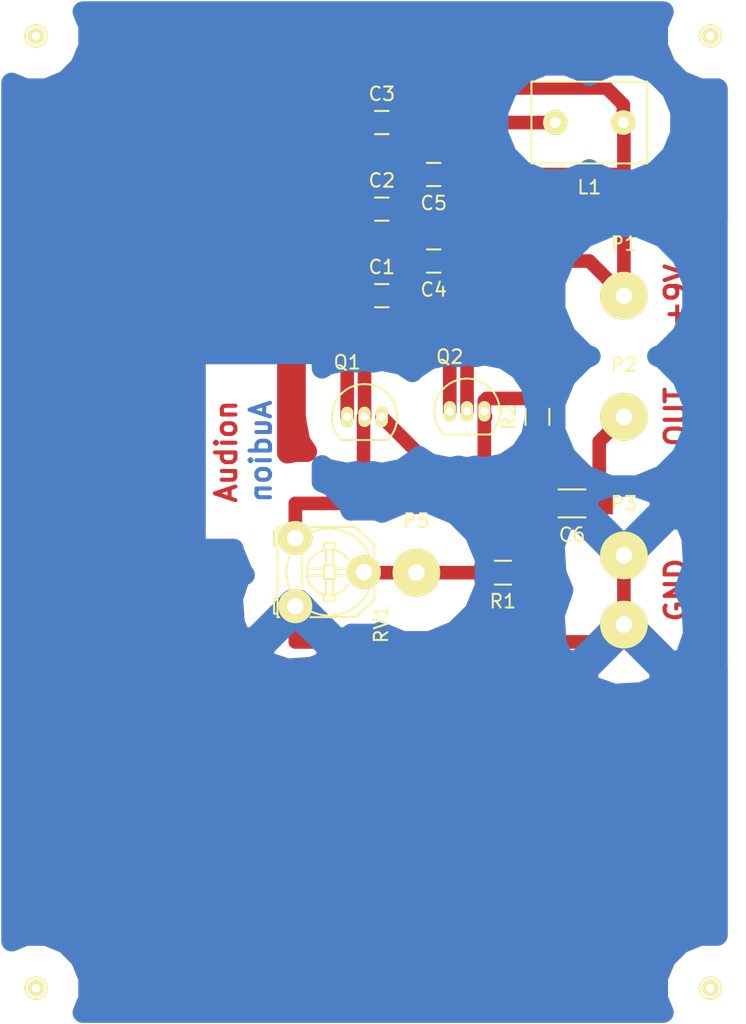
<source format=kicad_pcb>
(kicad_pcb (version 4) (host pcbnew "(after 2015-mar-04 BZR unknown)-product")

  (general
    (links 25)
    (no_connects 0)
    (area 115.335 74.829999 170.415 149.960001)
    (thickness 1.6)
    (drawings 14)
    (tracks 61)
    (zones 0)
    (modules 21)
    (nets 8)
  )

  (page A4)
  (layers
    (0 F.Cu signal)
    (31 B.Cu signal)
    (32 B.Adhes user)
    (33 F.Adhes user)
    (34 B.Paste user)
    (35 F.Paste user)
    (36 B.SilkS user)
    (37 F.SilkS user)
    (38 B.Mask user)
    (39 F.Mask user)
    (40 Dwgs.User user)
    (41 Cmts.User user)
    (42 Eco1.User user)
    (43 Eco2.User user)
    (44 Edge.Cuts user)
    (45 Margin user)
    (46 B.CrtYd user)
    (47 F.CrtYd user)
    (48 B.Fab user)
    (49 F.Fab user)
  )

  (setup
    (last_trace_width 1)
    (trace_clearance 0.2)
    (zone_clearance 2.54)
    (zone_45_only no)
    (trace_min 0.2)
    (segment_width 0.2)
    (edge_width 0.1)
    (via_size 0.6)
    (via_drill 0.4)
    (via_min_size 0.4)
    (via_min_drill 0.3)
    (uvia_size 0.3)
    (uvia_drill 0.1)
    (uvias_allowed no)
    (uvia_min_size 0.2)
    (uvia_min_drill 0.1)
    (pcb_text_width 0.3)
    (pcb_text_size 1.5 1.5)
    (mod_edge_width 0.15)
    (mod_text_size 1 1)
    (mod_text_width 0.15)
    (pad_size 1.5 1.5)
    (pad_drill 0.6)
    (pad_to_mask_clearance 0)
    (aux_axis_origin 0 0)
    (visible_elements 7FFFFFFF)
    (pcbplotparams
      (layerselection 0x00030_80000001)
      (usegerberextensions false)
      (excludeedgelayer true)
      (linewidth 0.100000)
      (plotframeref false)
      (viasonmask false)
      (mode 1)
      (useauxorigin false)
      (hpglpennumber 1)
      (hpglpenspeed 20)
      (hpglpendiameter 15)
      (hpglpenoverlay 2)
      (psnegative false)
      (psa4output false)
      (plotreference true)
      (plotvalue true)
      (plotinvisibletext false)
      (padsonsilk false)
      (subtractmaskfromsilk false)
      (outputformat 1)
      (mirror false)
      (drillshape 1)
      (scaleselection 1)
      (outputdirectory ""))
  )

  (net 0 "")
  (net 1 "Net-(Q1-Pad3)")
  (net 2 "Net-(C1-Pad1)")
  (net 3 "Net-(C1-Pad2)")
  (net 4 "Net-(C6-Pad1)")
  (net 5 "Net-(C6-Pad2)")
  (net 6 "Net-(P3-Pad1)")
  (net 7 "Net-(P5-Pad1)")

  (net_class Default "Dies ist die voreingestellte Netzklasse."
    (clearance 0.2)
    (trace_width 1)
    (via_dia 0.6)
    (via_drill 0.4)
    (uvia_dia 0.3)
    (uvia_drill 0.1)
    (add_net "Net-(C1-Pad1)")
    (add_net "Net-(C1-Pad2)")
    (add_net "Net-(C6-Pad1)")
    (add_net "Net-(C6-Pad2)")
    (add_net "Net-(P3-Pad1)")
    (add_net "Net-(P5-Pad1)")
    (add_net "Net-(Q1-Pad3)")
  )

  (module Connect:PINTST (layer F.Cu) (tedit 5643C2D8) (tstamp 5643C2FF)
    (at 118.11 147.32)
    (descr "module 1 pin (ou trou mecanique de percage)")
    (tags DEV)
    (fp_text reference REF** (at 0 -1.26746) (layer F.SilkS) hide
      (effects (font (size 1 1) (thickness 0.15)))
    )
    (fp_text value PINTST (at 0 1.27) (layer F.Fab) hide
      (effects (font (size 1 1) (thickness 0.15)))
    )
    (fp_circle (center 0 0) (end -0.254 -0.762) (layer F.SilkS) (width 0.15))
    (pad 1 thru_hole circle (at 0 0) (size 1.143 1.143) (drill 0.635) (layers *.Cu *.Mask F.SilkS))
    (model Connect.3dshapes/PINTST.wrl
      (at (xyz 0 0 0))
      (scale (xyz 1 1 1))
      (rotate (xyz 0 0 0))
    )
  )

  (module Connect:PINTST (layer F.Cu) (tedit 5643C2D8) (tstamp 5643C2F4)
    (at 167.64 77.47)
    (descr "module 1 pin (ou trou mecanique de percage)")
    (tags DEV)
    (fp_text reference REF** (at 0 -1.26746) (layer F.SilkS) hide
      (effects (font (size 1 1) (thickness 0.15)))
    )
    (fp_text value PINTST (at 0 1.27) (layer F.Fab) hide
      (effects (font (size 1 1) (thickness 0.15)))
    )
    (fp_circle (center 0 0) (end -0.254 -0.762) (layer F.SilkS) (width 0.15))
    (pad 1 thru_hole circle (at 0 0) (size 1.143 1.143) (drill 0.635) (layers *.Cu *.Mask F.SilkS))
    (model Connect.3dshapes/PINTST.wrl
      (at (xyz 0 0 0))
      (scale (xyz 1 1 1))
      (rotate (xyz 0 0 0))
    )
  )

  (module Connect:PINTST (layer F.Cu) (tedit 5643C2B9) (tstamp 5643C196)
    (at 167.64 147.32)
    (descr "module 1 pin (ou trou mecanique de percage)")
    (tags DEV)
    (fp_text reference REF** (at 0 -1.26746) (layer F.SilkS) hide
      (effects (font (size 1 1) (thickness 0.15)))
    )
    (fp_text value PINTST (at 0 1.27) (layer F.Fab) hide
      (effects (font (size 1 1) (thickness 0.15)))
    )
    (fp_circle (center 0 0) (end -0.254 -0.762) (layer F.SilkS) (width 0.15))
    (pad 1 thru_hole circle (at 0 0) (size 1.143 1.143) (drill 0.635) (layers *.Cu *.Mask F.SilkS))
    (model Connect.3dshapes/PINTST.wrl
      (at (xyz 0 0 0))
      (scale (xyz 1 1 1))
      (rotate (xyz 0 0 0))
    )
  )

  (module Housings_TO-92:TO-92_Inline_Narrow_Oval (layer F.Cu) (tedit 54F24281) (tstamp 564114AB)
    (at 140.97 105.41)
    (descr "TO-92 leads in-line, narrow, oval pads, drill 0.6mm (see NXP sot054_po.pdf)")
    (tags "to-92 sc-43 sc-43a sot54 PA33 transistor")
    (path /564105CA)
    (fp_text reference Q1 (at 0 -4) (layer F.SilkS)
      (effects (font (size 1 1) (thickness 0.15)))
    )
    (fp_text value BC639 (at 0 3) (layer F.Fab)
      (effects (font (size 1 1) (thickness 0.15)))
    )
    (fp_line (start -1.4 1.95) (end -1.4 -2.65) (layer F.CrtYd) (width 0.05))
    (fp_line (start -1.4 1.95) (end 3.95 1.95) (layer F.CrtYd) (width 0.05))
    (fp_line (start -0.43 1.7) (end 2.97 1.7) (layer F.SilkS) (width 0.15))
    (fp_arc (start 1.27 0) (end 1.27 -2.4) (angle -135) (layer F.SilkS) (width 0.15))
    (fp_arc (start 1.27 0) (end 1.27 -2.4) (angle 135) (layer F.SilkS) (width 0.15))
    (fp_line (start -1.4 -2.65) (end 3.95 -2.65) (layer F.CrtYd) (width 0.05))
    (fp_line (start 3.95 1.95) (end 3.95 -2.65) (layer F.CrtYd) (width 0.05))
    (pad 2 thru_hole oval (at 1.27 0 180) (size 0.89916 1.50114) (drill 0.6) (layers *.Cu *.Mask F.SilkS)
      (net 3 "Net-(C1-Pad2)"))
    (pad 3 thru_hole oval (at 2.54 0 180) (size 0.89916 1.50114) (drill 0.6) (layers *.Cu *.Mask F.SilkS)
      (net 1 "Net-(Q1-Pad3)"))
    (pad 1 thru_hole oval (at 0 0 180) (size 0.89916 1.50114) (drill 0.6) (layers *.Cu *.Mask F.SilkS)
      (net 2 "Net-(C1-Pad1)"))
    (model Housings_TO-92.3dshapes/TO-92_Inline_Narrow_Oval.wrl
      (at (xyz 0.05 0 0))
      (scale (xyz 1 1 1))
      (rotate (xyz 0 0 -90))
    )
  )

  (module Housings_TO-92:TO-92_Inline_Narrow_Oval (layer F.Cu) (tedit 54F24281) (tstamp 564114B9)
    (at 148.5011 105.0036)
    (descr "TO-92 leads in-line, narrow, oval pads, drill 0.6mm (see NXP sot054_po.pdf)")
    (tags "to-92 sc-43 sc-43a sot54 PA33 transistor")
    (path /564105F8)
    (fp_text reference Q2 (at 0 -4) (layer F.SilkS)
      (effects (font (size 1 1) (thickness 0.15)))
    )
    (fp_text value BC639 (at 0 3) (layer F.Fab)
      (effects (font (size 1 1) (thickness 0.15)))
    )
    (fp_line (start -1.4 1.95) (end -1.4 -2.65) (layer F.CrtYd) (width 0.05))
    (fp_line (start -1.4 1.95) (end 3.95 1.95) (layer F.CrtYd) (width 0.05))
    (fp_line (start -0.43 1.7) (end 2.97 1.7) (layer F.SilkS) (width 0.15))
    (fp_arc (start 1.27 0) (end 1.27 -2.4) (angle -135) (layer F.SilkS) (width 0.15))
    (fp_arc (start 1.27 0) (end 1.27 -2.4) (angle 135) (layer F.SilkS) (width 0.15))
    (fp_line (start -1.4 -2.65) (end 3.95 -2.65) (layer F.CrtYd) (width 0.05))
    (fp_line (start 3.95 1.95) (end 3.95 -2.65) (layer F.CrtYd) (width 0.05))
    (pad 2 thru_hole oval (at 1.27 0 180) (size 0.89916 1.50114) (drill 0.6) (layers *.Cu *.Mask F.SilkS)
      (net 2 "Net-(C1-Pad1)"))
    (pad 3 thru_hole oval (at 2.54 0 180) (size 0.89916 1.50114) (drill 0.6) (layers *.Cu *.Mask F.SilkS)
      (net 1 "Net-(Q1-Pad3)"))
    (pad 1 thru_hole oval (at 0 0 180) (size 0.89916 1.50114) (drill 0.6) (layers *.Cu *.Mask F.SilkS)
      (net 3 "Net-(C1-Pad2)"))
    (model Housings_TO-92.3dshapes/TO-92_Inline_Narrow_Oval.wrl
      (at (xyz 0.05 0 0))
      (scale (xyz 1 1 1))
      (rotate (xyz 0 0 -90))
    )
  )

  (module Capacitors_SMD:C_0805_HandSoldering (layer F.Cu) (tedit 5643AF1B) (tstamp 56423B60)
    (at 143.51 96.52)
    (descr "Capacitor SMD 0805, hand soldering")
    (tags "capacitor 0805")
    (path /5641226E)
    (attr smd)
    (fp_text reference C1 (at 0 -2.1) (layer F.SilkS)
      (effects (font (size 1 1) (thickness 0.15)))
    )
    (fp_text value C (at 0 2.1) (layer F.Fab) hide
      (effects (font (size 1 1) (thickness 0.15)))
    )
    (fp_line (start -2.3 -1) (end 2.3 -1) (layer F.CrtYd) (width 0.05))
    (fp_line (start -2.3 1) (end 2.3 1) (layer F.CrtYd) (width 0.05))
    (fp_line (start -2.3 -1) (end -2.3 1) (layer F.CrtYd) (width 0.05))
    (fp_line (start 2.3 -1) (end 2.3 1) (layer F.CrtYd) (width 0.05))
    (fp_line (start 0.5 -0.85) (end -0.5 -0.85) (layer F.SilkS) (width 0.15))
    (fp_line (start -0.5 0.85) (end 0.5 0.85) (layer F.SilkS) (width 0.15))
    (pad 1 smd rect (at -1.25 0) (size 1.5 1.25) (layers F.Cu F.Paste F.Mask)
      (net 2 "Net-(C1-Pad1)"))
    (pad 2 smd rect (at 1.25 0) (size 1.5 1.25) (layers F.Cu F.Paste F.Mask)
      (net 3 "Net-(C1-Pad2)"))
    (model Capacitors_SMD.3dshapes/C_0805_HandSoldering.wrl
      (at (xyz 0 0 0))
      (scale (xyz 1 1 1))
      (rotate (xyz 0 0 0))
    )
  )

  (module Capacitors_SMD:C_0805_HandSoldering (layer F.Cu) (tedit 5643AF10) (tstamp 56423B6C)
    (at 143.51 90.17)
    (descr "Capacitor SMD 0805, hand soldering")
    (tags "capacitor 0805")
    (path /56412232)
    (attr smd)
    (fp_text reference C2 (at 0 -2.1) (layer F.SilkS)
      (effects (font (size 1 1) (thickness 0.15)))
    )
    (fp_text value C (at 0 2.1) (layer F.Fab) hide
      (effects (font (size 1 1) (thickness 0.15)))
    )
    (fp_line (start -2.3 -1) (end 2.3 -1) (layer F.CrtYd) (width 0.05))
    (fp_line (start -2.3 1) (end 2.3 1) (layer F.CrtYd) (width 0.05))
    (fp_line (start -2.3 -1) (end -2.3 1) (layer F.CrtYd) (width 0.05))
    (fp_line (start 2.3 -1) (end 2.3 1) (layer F.CrtYd) (width 0.05))
    (fp_line (start 0.5 -0.85) (end -0.5 -0.85) (layer F.SilkS) (width 0.15))
    (fp_line (start -0.5 0.85) (end 0.5 0.85) (layer F.SilkS) (width 0.15))
    (pad 1 smd rect (at -1.25 0) (size 1.5 1.25) (layers F.Cu F.Paste F.Mask)
      (net 2 "Net-(C1-Pad1)"))
    (pad 2 smd rect (at 1.25 0) (size 1.5 1.25) (layers F.Cu F.Paste F.Mask)
      (net 3 "Net-(C1-Pad2)"))
    (model Capacitors_SMD.3dshapes/C_0805_HandSoldering.wrl
      (at (xyz 0 0 0))
      (scale (xyz 1 1 1))
      (rotate (xyz 0 0 0))
    )
  )

  (module Capacitors_SMD:C_0805_HandSoldering (layer F.Cu) (tedit 5643AF06) (tstamp 56423B78)
    (at 143.51 83.82)
    (descr "Capacitor SMD 0805, hand soldering")
    (tags "capacitor 0805")
    (path /564121E3)
    (attr smd)
    (fp_text reference C3 (at 0 -2.1) (layer F.SilkS)
      (effects (font (size 1 1) (thickness 0.15)))
    )
    (fp_text value C (at 0 2.1) (layer F.Fab) hide
      (effects (font (size 1 1) (thickness 0.15)))
    )
    (fp_line (start -2.3 -1) (end 2.3 -1) (layer F.CrtYd) (width 0.05))
    (fp_line (start -2.3 1) (end 2.3 1) (layer F.CrtYd) (width 0.05))
    (fp_line (start -2.3 -1) (end -2.3 1) (layer F.CrtYd) (width 0.05))
    (fp_line (start 2.3 -1) (end 2.3 1) (layer F.CrtYd) (width 0.05))
    (fp_line (start 0.5 -0.85) (end -0.5 -0.85) (layer F.SilkS) (width 0.15))
    (fp_line (start -0.5 0.85) (end 0.5 0.85) (layer F.SilkS) (width 0.15))
    (pad 1 smd rect (at -1.25 0) (size 1.5 1.25) (layers F.Cu F.Paste F.Mask)
      (net 2 "Net-(C1-Pad1)"))
    (pad 2 smd rect (at 1.25 0) (size 1.5 1.25) (layers F.Cu F.Paste F.Mask)
      (net 3 "Net-(C1-Pad2)"))
    (model Capacitors_SMD.3dshapes/C_0805_HandSoldering.wrl
      (at (xyz 0 0 0))
      (scale (xyz 1 1 1))
      (rotate (xyz 0 0 0))
    )
  )

  (module Capacitors_SMD:C_0805_HandSoldering (layer F.Cu) (tedit 5643AF31) (tstamp 56423B84)
    (at 147.32 93.98 180)
    (descr "Capacitor SMD 0805, hand soldering")
    (tags "capacitor 0805")
    (path /56412199)
    (attr smd)
    (fp_text reference C4 (at 0 -2.1 180) (layer F.SilkS)
      (effects (font (size 1 1) (thickness 0.15)))
    )
    (fp_text value C (at 0 2.1 180) (layer F.Fab) hide
      (effects (font (size 1 1) (thickness 0.15)))
    )
    (fp_line (start -2.3 -1) (end 2.3 -1) (layer F.CrtYd) (width 0.05))
    (fp_line (start -2.3 1) (end 2.3 1) (layer F.CrtYd) (width 0.05))
    (fp_line (start -2.3 -1) (end -2.3 1) (layer F.CrtYd) (width 0.05))
    (fp_line (start 2.3 -1) (end 2.3 1) (layer F.CrtYd) (width 0.05))
    (fp_line (start 0.5 -0.85) (end -0.5 -0.85) (layer F.SilkS) (width 0.15))
    (fp_line (start -0.5 0.85) (end 0.5 0.85) (layer F.SilkS) (width 0.15))
    (pad 1 smd rect (at -1.25 0 180) (size 1.5 1.25) (layers F.Cu F.Paste F.Mask)
      (net 2 "Net-(C1-Pad1)"))
    (pad 2 smd rect (at 1.25 0 180) (size 1.5 1.25) (layers F.Cu F.Paste F.Mask)
      (net 3 "Net-(C1-Pad2)"))
    (model Capacitors_SMD.3dshapes/C_0805_HandSoldering.wrl
      (at (xyz 0 0 0))
      (scale (xyz 1 1 1))
      (rotate (xyz 0 0 0))
    )
  )

  (module Capacitors_SMD:C_0805_HandSoldering (layer F.Cu) (tedit 5643AF25) (tstamp 56423B90)
    (at 147.32 87.63 180)
    (descr "Capacitor SMD 0805, hand soldering")
    (tags "capacitor 0805")
    (path /56411F4C)
    (attr smd)
    (fp_text reference C5 (at 0 -2.1 180) (layer F.SilkS)
      (effects (font (size 1 1) (thickness 0.15)))
    )
    (fp_text value C (at 0 2.1 180) (layer F.Fab) hide
      (effects (font (size 1 1) (thickness 0.15)))
    )
    (fp_line (start -2.3 -1) (end 2.3 -1) (layer F.CrtYd) (width 0.05))
    (fp_line (start -2.3 1) (end 2.3 1) (layer F.CrtYd) (width 0.05))
    (fp_line (start -2.3 -1) (end -2.3 1) (layer F.CrtYd) (width 0.05))
    (fp_line (start 2.3 -1) (end 2.3 1) (layer F.CrtYd) (width 0.05))
    (fp_line (start 0.5 -0.85) (end -0.5 -0.85) (layer F.SilkS) (width 0.15))
    (fp_line (start -0.5 0.85) (end 0.5 0.85) (layer F.SilkS) (width 0.15))
    (pad 1 smd rect (at -1.25 0 180) (size 1.5 1.25) (layers F.Cu F.Paste F.Mask)
      (net 2 "Net-(C1-Pad1)"))
    (pad 2 smd rect (at 1.25 0 180) (size 1.5 1.25) (layers F.Cu F.Paste F.Mask)
      (net 3 "Net-(C1-Pad2)"))
    (model Capacitors_SMD.3dshapes/C_0805_HandSoldering.wrl
      (at (xyz 0 0 0))
      (scale (xyz 1 1 1))
      (rotate (xyz 0 0 0))
    )
  )

  (module Capacitors_SMD:C_1206_HandSoldering (layer F.Cu) (tedit 5643AEC4) (tstamp 56423B9C)
    (at 157.48 111.76 180)
    (descr "Capacitor SMD 1206, hand soldering")
    (tags "capacitor 1206")
    (path /56411EF8)
    (attr smd)
    (fp_text reference C6 (at 0 -2.3 180) (layer F.SilkS)
      (effects (font (size 1 1) (thickness 0.15)))
    )
    (fp_text value 100nF (at -6.35 0 180) (layer F.Fab)
      (effects (font (size 1 1) (thickness 0.15)))
    )
    (fp_line (start -3.3 -1.15) (end 3.3 -1.15) (layer F.CrtYd) (width 0.05))
    (fp_line (start -3.3 1.15) (end 3.3 1.15) (layer F.CrtYd) (width 0.05))
    (fp_line (start -3.3 -1.15) (end -3.3 1.15) (layer F.CrtYd) (width 0.05))
    (fp_line (start 3.3 -1.15) (end 3.3 1.15) (layer F.CrtYd) (width 0.05))
    (fp_line (start 1 -1.025) (end -1 -1.025) (layer F.SilkS) (width 0.15))
    (fp_line (start -1 1.025) (end 1 1.025) (layer F.SilkS) (width 0.15))
    (pad 1 smd rect (at -2 0 180) (size 2 1.6) (layers F.Cu F.Paste F.Mask)
      (net 4 "Net-(C6-Pad1)"))
    (pad 2 smd rect (at 2 0 180) (size 2 1.6) (layers F.Cu F.Paste F.Mask)
      (net 5 "Net-(C6-Pad2)"))
    (model Capacitors_SMD.3dshapes/C_1206_HandSoldering.wrl
      (at (xyz 0 0 0))
      (scale (xyz 1 1 1))
      (rotate (xyz 0 0 0))
    )
  )

  (module Inductors_NEOSID:Neosid_Inductor_MA-Bs75 (layer F.Cu) (tedit 0) (tstamp 56423BA6)
    (at 158.75 83.82 180)
    (descr "Neosid, Inductor, Bs75, Festinduktivitaet, Through hole, magneticaly shielded,")
    (tags "Neosid, Inductor, Bs75, Festinduktivitaet, Through hole, magneticaly shielded,")
    (path /5641229F)
    (fp_text reference L1 (at 0 -4.7498 180) (layer F.SilkS)
      (effects (font (size 1 1) (thickness 0.15)))
    )
    (fp_text value INDUCTOR (at 0 5.00126 180) (layer F.Fab)
      (effects (font (size 1 1) (thickness 0.15)))
    )
    (fp_line (start 4.24942 -2.99974) (end -4.24942 -2.99974) (layer F.SilkS) (width 0.15))
    (fp_line (start -4.24942 -2.99974) (end -4.24942 2.99974) (layer F.SilkS) (width 0.15))
    (fp_line (start -4.24942 2.99974) (end 4.24942 2.99974) (layer F.SilkS) (width 0.15))
    (fp_line (start 4.24942 2.99974) (end 4.24942 -2.99974) (layer F.SilkS) (width 0.15))
    (pad 1 thru_hole circle (at -2.49936 0) (size 1.80086 1.80086) (drill 0.8001) (layers *.Cu *.Mask F.SilkS)
      (net 2 "Net-(C1-Pad1)"))
    (pad 2 thru_hole circle (at 2.49936 0) (size 1.80086 1.80086) (drill 0.8001) (layers *.Cu *.Mask F.SilkS)
      (net 3 "Net-(C1-Pad2)"))
  )

  (module Wire_Pads:SolderWirePad_single_1-2mmDrill (layer F.Cu) (tedit 0) (tstamp 56423BAB)
    (at 161.29 96.52)
    (path /564134C5)
    (fp_text reference P1 (at 0 -3.81) (layer F.SilkS)
      (effects (font (size 1 1) (thickness 0.15)))
    )
    (fp_text value CONN_1 (at -1.905 3.175) (layer F.Fab)
      (effects (font (size 1 1) (thickness 0.15)))
    )
    (pad 1 thru_hole circle (at 0 0) (size 3.50012 3.50012) (drill 1.19888) (layers *.Cu *.Mask F.SilkS)
      (net 2 "Net-(C1-Pad1)"))
  )

  (module Wire_Pads:SolderWirePad_single_1-2mmDrill (layer F.Cu) (tedit 5643AEE3) (tstamp 56423BB0)
    (at 161.29 105.41)
    (path /564139B3)
    (fp_text reference P2 (at 0 -3.81) (layer F.SilkS)
      (effects (font (size 1 1) (thickness 0.15)))
    )
    (fp_text value CONN_1 (at -1.905 3.175) (layer F.Fab) hide
      (effects (font (size 1 1) (thickness 0.15)))
    )
    (pad 1 thru_hole circle (at 0 0) (size 3.50012 3.50012) (drill 1.19888) (layers *.Cu *.Mask F.SilkS)
      (net 4 "Net-(C6-Pad1)"))
  )

  (module Wire_Pads:SolderWirePad_single_1-2mmDrill (layer F.Cu) (tedit 0) (tstamp 56423BB5)
    (at 161.29 115.57)
    (path /56413983)
    (fp_text reference P3 (at 0 -3.81) (layer F.SilkS)
      (effects (font (size 1 1) (thickness 0.15)))
    )
    (fp_text value CONN_1 (at -1.905 3.175) (layer F.Fab)
      (effects (font (size 1 1) (thickness 0.15)))
    )
    (pad 1 thru_hole circle (at 0 0) (size 3.50012 3.50012) (drill 1.19888) (layers *.Cu *.Mask F.SilkS)
      (net 6 "Net-(P3-Pad1)"))
  )

  (module Wire_Pads:SolderWirePad_single_1-2mmDrill (layer F.Cu) (tedit 0) (tstamp 56423BBA)
    (at 161.29 120.65)
    (path /56413952)
    (fp_text reference P4 (at 0 -3.81) (layer F.SilkS)
      (effects (font (size 1 1) (thickness 0.15)))
    )
    (fp_text value CONN_1 (at -1.905 3.175) (layer F.Fab)
      (effects (font (size 1 1) (thickness 0.15)))
    )
    (pad 1 thru_hole circle (at 0 0) (size 3.50012 3.50012) (drill 1.19888) (layers *.Cu *.Mask F.SilkS)
      (net 6 "Net-(P3-Pad1)"))
  )

  (module Resistors_SMD:R_0805_HandSoldering (layer F.Cu) (tedit 54189DEE) (tstamp 56423BC6)
    (at 152.4 116.84 180)
    (descr "Resistor SMD 0805, hand soldering")
    (tags "resistor 0805")
    (path /56411EA8)
    (attr smd)
    (fp_text reference R1 (at 0 -2.1 180) (layer F.SilkS)
      (effects (font (size 1 1) (thickness 0.15)))
    )
    (fp_text value 220k (at 0 2.1 180) (layer F.Fab)
      (effects (font (size 1 1) (thickness 0.15)))
    )
    (fp_line (start -2.4 -1) (end 2.4 -1) (layer F.CrtYd) (width 0.05))
    (fp_line (start -2.4 1) (end 2.4 1) (layer F.CrtYd) (width 0.05))
    (fp_line (start -2.4 -1) (end -2.4 1) (layer F.CrtYd) (width 0.05))
    (fp_line (start 2.4 -1) (end 2.4 1) (layer F.CrtYd) (width 0.05))
    (fp_line (start 0.6 0.875) (end -0.6 0.875) (layer F.SilkS) (width 0.15))
    (fp_line (start -0.6 -0.875) (end 0.6 -0.875) (layer F.SilkS) (width 0.15))
    (pad 1 smd rect (at -1.35 0 180) (size 1.5 1.3) (layers F.Cu F.Paste F.Mask)
      (net 1 "Net-(Q1-Pad3)"))
    (pad 2 smd rect (at 1.35 0 180) (size 1.5 1.3) (layers F.Cu F.Paste F.Mask)
      (net 7 "Net-(P5-Pad1)"))
    (model Resistors_SMD.3dshapes/R_0805_HandSoldering.wrl
      (at (xyz 0 0 0))
      (scale (xyz 1 1 1))
      (rotate (xyz 0 0 0))
    )
  )

  (module Resistors_SMD:R_0805_HandSoldering (layer F.Cu) (tedit 54189DEE) (tstamp 56423BD2)
    (at 154.94 105.41 90)
    (descr "Resistor SMD 0805, hand soldering")
    (tags "resistor 0805")
    (path /56411ECF)
    (attr smd)
    (fp_text reference R2 (at 0 -2.1 90) (layer F.SilkS)
      (effects (font (size 1 1) (thickness 0.15)))
    )
    (fp_text value 4k7 (at 0 2.1 90) (layer F.Fab)
      (effects (font (size 1 1) (thickness 0.15)))
    )
    (fp_line (start -2.4 -1) (end 2.4 -1) (layer F.CrtYd) (width 0.05))
    (fp_line (start -2.4 1) (end 2.4 1) (layer F.CrtYd) (width 0.05))
    (fp_line (start -2.4 -1) (end -2.4 1) (layer F.CrtYd) (width 0.05))
    (fp_line (start 2.4 -1) (end 2.4 1) (layer F.CrtYd) (width 0.05))
    (fp_line (start 0.6 0.875) (end -0.6 0.875) (layer F.SilkS) (width 0.15))
    (fp_line (start -0.6 -0.875) (end 0.6 -0.875) (layer F.SilkS) (width 0.15))
    (pad 1 smd rect (at -1.35 0 90) (size 1.5 1.3) (layers F.Cu F.Paste F.Mask)
      (net 5 "Net-(C6-Pad2)"))
    (pad 2 smd rect (at 1.35 0 90) (size 1.5 1.3) (layers F.Cu F.Paste F.Mask)
      (net 1 "Net-(Q1-Pad3)"))
    (model Resistors_SMD.3dshapes/R_0805_HandSoldering.wrl
      (at (xyz 0 0 0))
      (scale (xyz 1 1 1))
      (rotate (xyz 0 0 0))
    )
  )

  (module Potentiometers:Potentiometer_Triwood_RM-065 (layer F.Cu) (tedit 53FABC1B) (tstamp 56423C07)
    (at 137.16 114.3 270)
    (descr "Potentiometer, Trimmer, RM-065")
    (tags "Potentiometer, Trimmer, RM-065")
    (path /564126E5)
    (fp_text reference RV1 (at 6.30936 -6.30936 270) (layer F.SilkS)
      (effects (font (size 1 1) (thickness 0.15)))
    )
    (fp_text value POT (at 2.49936 2.58064 270) (layer F.Fab)
      (effects (font (size 1 1) (thickness 0.15)))
    )
    (fp_line (start 2.24536 -2.88036) (end 2.24536 -3.64236) (layer F.SilkS) (width 0.15))
    (fp_line (start 2.75336 -2.88036) (end 2.75336 -3.64236) (layer F.SilkS) (width 0.15))
    (fp_arc (start 2.49936 -2.49936) (end 4.15036 -2.24536) (angle 90) (layer F.SilkS) (width 0.15))
    (fp_arc (start 2.49936 -2.49936) (end 2.62636 -0.84836) (angle 90) (layer F.SilkS) (width 0.15))
    (fp_arc (start 2.49936 -2.49936) (end 3.38836 -3.89636) (angle 90) (layer F.SilkS) (width 0.15))
    (fp_arc (start 2.49936 -2.49936) (end 1.10236 -1.61036) (angle 90) (layer F.SilkS) (width 0.15))
    (fp_line (start -0.80264 1.31064) (end -0.80264 1.18364) (layer F.SilkS) (width 0.15))
    (fp_line (start -0.80264 -2.49936) (end -0.80264 -1.10236) (layer F.SilkS) (width 0.15))
    (fp_line (start 5.80136 1.31064) (end 5.80136 1.18364) (layer F.SilkS) (width 0.15))
    (fp_line (start 5.80136 -2.49936) (end 5.80136 -1.10236) (layer F.SilkS) (width 0.15))
    (fp_line (start 1.35636 0.42164) (end 1.73736 0.54864) (layer F.SilkS) (width 0.15))
    (fp_line (start 1.73736 0.54864) (end 2.49936 0.67564) (layer F.SilkS) (width 0.15))
    (fp_line (start 2.49936 0.67564) (end 3.26136 0.54864) (layer F.SilkS) (width 0.15))
    (fp_line (start 3.26136 0.54864) (end 3.64236 0.42164) (layer F.SilkS) (width 0.15))
    (fp_line (start 1.22936 -0.46736) (end 3.76936 -0.46736) (layer F.SilkS) (width 0.15))
    (fp_arc (start 2.49936 -2.49936) (end 3.76936 -5.42036) (angle 90) (layer F.SilkS) (width 0.15))
    (fp_arc (start 2.49936 -2.49936) (end -0.42164 -1.22936) (angle 90) (layer F.SilkS) (width 0.15))
    (fp_line (start 4.53136 -5.80136) (end 3.64236 -5.80136) (layer F.SilkS) (width 0.15))
    (fp_line (start 1.35636 -5.80136) (end 0.46736 -5.80136) (layer F.SilkS) (width 0.15))
    (fp_line (start 4.15036 -2.88036) (end 4.65836 -2.88036) (layer F.SilkS) (width 0.15))
    (fp_line (start 4.65836 -2.88036) (end 4.65836 -2.11836) (layer F.SilkS) (width 0.15))
    (fp_line (start 4.65836 -2.11836) (end 4.15036 -2.11836) (layer F.SilkS) (width 0.15))
    (fp_line (start 0.84836 -2.88036) (end 0.34036 -2.88036) (layer F.SilkS) (width 0.15))
    (fp_line (start 0.34036 -2.88036) (end 0.34036 -2.11836) (layer F.SilkS) (width 0.15))
    (fp_line (start 0.34036 -2.11836) (end 0.84836 -2.11836) (layer F.SilkS) (width 0.15))
    (fp_line (start 3.00736 -2.24536) (end 4.15036 -2.24536) (layer F.SilkS) (width 0.15))
    (fp_line (start 3.00736 -2.75336) (end 4.15036 -2.75336) (layer F.SilkS) (width 0.15))
    (fp_line (start 1.99136 -2.24536) (end 0.84836 -2.24536) (layer F.SilkS) (width 0.15))
    (fp_line (start 1.99136 -2.75336) (end 0.84836 -2.75336) (layer F.SilkS) (width 0.15))
    (fp_line (start 2.75336 -2.11836) (end 2.75336 -0.84836) (layer F.SilkS) (width 0.15))
    (fp_line (start 2.24536 -2.11836) (end 2.24536 -0.84836) (layer F.SilkS) (width 0.15))
    (fp_line (start 1.99136 -2.88036) (end 1.99136 -2.11836) (layer F.SilkS) (width 0.15))
    (fp_line (start 1.99136 -2.11836) (end 3.00736 -2.11836) (layer F.SilkS) (width 0.15))
    (fp_line (start 3.00736 -2.11836) (end 3.00736 -2.88036) (layer F.SilkS) (width 0.15))
    (fp_line (start 3.00736 -2.88036) (end 1.99136 -2.88036) (layer F.SilkS) (width 0.15))
    (fp_line (start 0.46736 -5.80136) (end -0.80264 -4.40436) (layer F.SilkS) (width 0.15))
    (fp_line (start -0.80264 -4.40436) (end -0.80264 -2.49936) (layer F.SilkS) (width 0.15))
    (fp_line (start 4.53136 -5.80136) (end 5.80136 -4.40436) (layer F.SilkS) (width 0.15))
    (fp_line (start 5.80136 -4.40436) (end 5.80136 -2.49936) (layer F.SilkS) (width 0.15))
    (fp_line (start 5.54736 1.31064) (end 5.54736 1.56464) (layer F.SilkS) (width 0.15))
    (fp_line (start 5.54736 1.56464) (end 4.40436 1.56464) (layer F.SilkS) (width 0.15))
    (fp_line (start 4.40436 1.56464) (end 4.40436 1.31064) (layer F.SilkS) (width 0.15))
    (fp_line (start -0.54864 1.31064) (end -0.54864 1.56464) (layer F.SilkS) (width 0.15))
    (fp_line (start -0.54864 1.56464) (end 0.59436 1.56464) (layer F.SilkS) (width 0.15))
    (fp_line (start 0.59436 1.56464) (end 0.59436 1.31064) (layer F.SilkS) (width 0.15))
    (fp_line (start -0.80264 1.31064) (end 5.80136 1.31064) (layer F.SilkS) (width 0.15))
    (pad 2 thru_hole circle (at 2.49936 -5.03936 270) (size 2.49936 2.49936) (drill 1.19888) (layers *.Cu *.Mask F.SilkS)
      (net 7 "Net-(P5-Pad1)"))
    (pad 3 thru_hole circle (at 4.99872 0 270) (size 2.49936 2.49936) (drill 1.19888) (layers *.Cu *.Mask F.SilkS)
      (net 6 "Net-(P3-Pad1)"))
    (pad 1 thru_hole circle (at 0 0 270) (size 2.49936 2.49936) (drill 1.19888) (layers *.Cu *.Mask F.SilkS)
      (net 3 "Net-(C1-Pad2)"))
    (model Potentiometers.3dshapes/Potentiometer_Triwood_RM-065.wrl
      (at (xyz 0 0 0))
      (scale (xyz 4 4 4))
      (rotate (xyz 0 0 0))
    )
  )

  (module Wire_Pads:SolderWirePad_single_1-2mmDrill (layer F.Cu) (tedit 0) (tstamp 56426EAF)
    (at 146.05 116.84)
    (path /56426F4D)
    (fp_text reference P5 (at 0 -3.81) (layer F.SilkS)
      (effects (font (size 1 1) (thickness 0.15)))
    )
    (fp_text value CONN_1 (at -1.905 3.175) (layer F.Fab)
      (effects (font (size 1 1) (thickness 0.15)))
    )
    (pad 1 thru_hole circle (at 0 0) (size 3.50012 3.50012) (drill 1.19888) (layers *.Cu *.Mask F.SilkS)
      (net 7 "Net-(P5-Pad1)"))
  )

  (module Connect:PINTST (layer F.Cu) (tedit 5643C2D8) (tstamp 5643BF39)
    (at 118.11 77.47)
    (descr "module 1 pin (ou trou mecanique de percage)")
    (tags DEV)
    (fp_text reference REF** (at 0 -1.26746) (layer F.SilkS) hide
      (effects (font (size 1 1) (thickness 0.15)))
    )
    (fp_text value PINTST (at 0 1.27) (layer F.Fab) hide
      (effects (font (size 1 1) (thickness 0.15)))
    )
    (fp_circle (center 0 0) (end -0.254 -0.762) (layer F.SilkS) (width 0.15))
    (pad 1 thru_hole circle (at 0 0) (size 1.143 1.143) (drill 0.635) (layers *.Cu *.Mask F.SilkS))
    (model Connect.3dshapes/PINTST.wrl
      (at (xyz 0 0 0))
      (scale (xyz 1 1 1))
      (rotate (xyz 0 0 0))
    )
  )

  (gr_line (start 115.57 74.93) (end 120.65 74.93) (angle 90) (layer Eco1.User) (width 0.2))
  (gr_line (start 115.57 149.86) (end 115.57 74.93) (angle 90) (layer Eco1.User) (width 0.2))
  (gr_line (start 170.18 149.86) (end 115.57 149.86) (angle 90) (layer Eco1.User) (width 0.2))
  (gr_line (start 170.18 74.93) (end 170.18 149.86) (angle 90) (layer Eco1.User) (width 0.2))
  (gr_line (start 129.54 74.93) (end 120.65 74.93) (angle 90) (layer Eco1.User) (width 0.2))
  (gr_line (start 168.91 74.93) (end 170.18 74.93) (angle 90) (layer Eco1.User) (width 0.2))
  (gr_text Audion (at 134.62 107.95 90) (layer B.Cu)
    (effects (font (size 1.5 1.5) (thickness 0.3)) (justify mirror))
  )
  (gr_text Audion (at 132.08 107.95 90) (layer F.Cu)
    (effects (font (size 1.5 1.5) (thickness 0.3)))
  )
  (gr_text +9V (at 165.1 96.52 90) (layer F.Cu)
    (effects (font (size 1.5 1.5) (thickness 0.3)))
  )
  (gr_text GND (at 165.1 118.11 90) (layer F.Cu)
    (effects (font (size 1.5 1.5) (thickness 0.3)))
  )
  (gr_text OUT (at 165.1 105.41 90) (layer F.Cu)
    (effects (font (size 1.5 1.5) (thickness 0.3)))
  )
  (gr_line (start 130.81 74.93) (end 129.54 74.93) (angle 90) (layer Eco1.User) (width 0.2))
  (gr_line (start 137.16 74.93) (end 130.81 74.93) (angle 90) (layer Eco1.User) (width 0.2))
  (gr_line (start 168.91 74.93) (end 137.16 74.93) (angle 90) (layer Eco1.User) (width 0.2))

  (segment (start 151.05 105.49) (end 151.13 105.41) (width 1) (layer F.Cu) (net 1) (tstamp 564241EF))
  (segment (start 151.0411 104.2289) (end 151.21 104.06) (width 1) (layer F.Cu) (net 1) (tstamp 56426C84))
  (segment (start 151.21 104.06) (end 154.94 104.06) (width 1) (layer F.Cu) (net 1) (tstamp 56426C87))
  (segment (start 151.0411 105.0036) (end 151.0411 104.2289) (width 1) (layer F.Cu) (net 1))
  (segment (start 151.0411 109.1311) (end 150.9522 109.22) (width 1) (layer F.Cu) (net 1) (tstamp 56426CA8))
  (segment (start 150.9522 109.22) (end 147.32 109.22) (width 1) (layer F.Cu) (net 1) (tstamp 56426CAA))
  (segment (start 147.32 109.22) (end 143.51 105.41) (width 1) (layer F.Cu) (net 1) (tstamp 56426CAD))
  (segment (start 151.0411 105.0036) (end 151.0411 109.1311) (width 1) (layer F.Cu) (net 1))
  (segment (start 151.0411 111.6711) (end 153.75 114.38) (width 1) (layer F.Cu) (net 1) (tstamp 56426D21))
  (segment (start 153.75 114.38) (end 153.75 116.84) (width 1) (layer F.Cu) (net 1) (tstamp 56426D22))
  (segment (start 151.0411 109.1311) (end 151.0411 111.6711) (width 1) (layer F.Cu) (net 1))
  (segment (start 161.29 83.86064) (end 161.24936 83.82) (width 1) (layer F.Cu) (net 2) (tstamp 56427024))
  (segment (start 161.29 87.63) (end 161.29 83.86064) (width 1) (layer F.Cu) (net 2) (tstamp 56427032))
  (segment (start 161.29 96.52) (end 161.29 87.63) (width 1) (layer F.Cu) (net 2))
  (segment (start 158.75 93.98) (end 161.29 96.52) (width 1) (layer F.Cu) (net 2) (tstamp 56427029))
  (segment (start 149.86 93.98) (end 158.75 93.98) (width 1) (layer F.Cu) (net 2) (tstamp 56427060))
  (segment (start 148.57 93.98) (end 149.86 93.98) (width 1) (layer F.Cu) (net 2))
  (segment (start 148.57 87.63) (end 161.29 87.63) (width 1) (layer F.Cu) (net 2))
  (segment (start 161.24936 82.50936) (end 160.02 81.28) (width 1) (layer F.Cu) (net 2) (tstamp 56427034))
  (segment (start 160.02 81.28) (end 142.24 81.28) (width 1) (layer F.Cu) (net 2) (tstamp 56427035))
  (segment (start 142.24 81.28) (end 142.26 81.3) (width 1) (layer F.Cu) (net 2) (tstamp 5642703E))
  (segment (start 142.26 81.3) (end 142.26 83.82) (width 1) (layer F.Cu) (net 2) (tstamp 5642703F))
  (segment (start 161.24936 83.82) (end 161.24936 82.50936) (width 1) (layer F.Cu) (net 2))
  (segment (start 142.26 83.82) (end 142.26 90.17) (width 1) (layer F.Cu) (net 2))
  (segment (start 142.26 90.17) (end 142.26 96.52) (width 1) (layer F.Cu) (net 2))
  (segment (start 140.97 96.52) (end 142.26 96.52) (width 1) (layer F.Cu) (net 2) (tstamp 56427052))
  (segment (start 140.97 105.41) (end 140.97 96.52) (width 1) (layer F.Cu) (net 2))
  (segment (start 149.7711 93.98) (end 149.86 93.98) (width 1) (layer F.Cu) (net 2) (tstamp 5642705B))
  (segment (start 149.7711 105.0036) (end 149.7711 93.98) (width 1) (layer F.Cu) (net 2))
  (segment (start 137.16 114.3) (end 137.16 111.76) (width 1) (layer F.Cu) (net 3))
  (segment (start 142.170002 111.690002) (end 142.170002 105.41) (width 1) (layer F.Cu) (net 3) (tstamp 56426B6B))
  (segment (start 142.24 111.76) (end 142.170002 111.690002) (width 1) (layer F.Cu) (net 3) (tstamp 56426B68))
  (segment (start 137.16 111.76) (end 142.24 111.76) (width 1) (layer F.Cu) (net 3) (tstamp 56426B66))
  (segment (start 142.170002 105.41) (end 142.24 105.41) (width 1) (layer F.Cu) (net 3) (tstamp 56426B6F))
  (segment (start 144.76 88.9) (end 144.76 83.82) (width 1) (layer F.Cu) (net 3) (tstamp 56427009))
  (segment (start 144.76 90.17) (end 144.76 88.9) (width 1) (layer F.Cu) (net 3))
  (segment (start 144.76 96.52) (end 144.76 90.17) (width 1) (layer F.Cu) (net 3))
  (segment (start 144.78 100.33) (end 144.78 96.54) (width 1) (layer F.Cu) (net 3))
  (segment (start 144.78 96.54) (end 144.76 96.52) (width 1) (layer F.Cu) (net 3) (tstamp 56424275))
  (segment (start 148.5011 105.0036) (end 148.5011 100.4189) (width 1) (layer F.Cu) (net 3))
  (segment (start 142.24 100.33) (end 142.24 105.41) (width 1) (layer F.Cu) (net 3) (tstamp 5642426B))
  (segment (start 148.4122 100.33) (end 144.78 100.33) (width 1) (layer F.Cu) (net 3) (tstamp 56424268))
  (segment (start 144.78 100.33) (end 142.24 100.33) (width 1) (layer F.Cu) (net 3) (tstamp 56424273))
  (segment (start 148.5011 100.4189) (end 148.4122 100.33) (width 1) (layer F.Cu) (net 3) (tstamp 56424261))
  (segment (start 156.25064 83.82) (end 144.76 83.82) (width 1) (layer F.Cu) (net 3))
  (segment (start 144.8 88.9) (end 146.07 87.63) (width 1) (layer F.Cu) (net 3) (tstamp 5642700B))
  (segment (start 144.76 88.9) (end 144.8 88.9) (width 1) (layer F.Cu) (net 3))
  (segment (start 144.76 95.29) (end 146.07 93.98) (width 1) (layer F.Cu) (net 3) (tstamp 56427014))
  (segment (start 144.76 96.52) (end 144.76 95.29) (width 1) (layer F.Cu) (net 3))
  (segment (start 159.48 107.22) (end 161.29 105.41) (width 1) (layer F.Cu) (net 4) (tstamp 56426C6D))
  (segment (start 159.48 111.76) (end 159.48 107.22) (width 1) (layer F.Cu) (net 4))
  (segment (start 155.48 107.3) (end 154.94 106.76) (width 1) (layer F.Cu) (net 5) (tstamp 56426C72))
  (segment (start 155.48 111.76) (end 155.48 107.3) (width 1) (layer F.Cu) (net 5))
  (segment (start 161.29 120.65) (end 161.29 115.57) (width 1) (layer F.Cu) (net 6))
  (segment (start 137.16 119.29872) (end 137.16 121.92) (width 1) (layer F.Cu) (net 6))
  (segment (start 137.16 121.92) (end 161.29 121.92) (width 1) (layer F.Cu) (net 6) (tstamp 56426B4B))
  (segment (start 161.29 121.92) (end 161.29 120.65) (width 1) (layer F.Cu) (net 6) (tstamp 56426B50))
  (segment (start 142.24 116.84) (end 142.19936 116.79936) (width 1) (layer F.Cu) (net 7) (tstamp 56426D96))
  (segment (start 151.05 116.84) (end 146.05 116.84) (width 1) (layer F.Cu) (net 7))
  (segment (start 142.24 116.84) (end 142.19936 116.79936) (width 1) (layer F.Cu) (net 7) (tstamp 564270B9))
  (segment (start 146.05 116.84) (end 142.24 116.84) (width 1) (layer F.Cu) (net 7))

  (zone (net 6) (net_name "Net-(P3-Pad1)") (layer F.Cu) (tstamp 5644740F) (hatch edge 0.508)
    (connect_pads (clearance 2.54))
    (min_thickness 1.52)
    (fill yes (arc_segments 16) (thermal_gap 2.54) (thermal_bridge_width 2.54))
    (polygon
      (pts
        (xy 168.91 149.86) (xy 115.57 149.86) (xy 115.57 74.93) (xy 168.91 74.93) (xy 168.91 149.86)
      )
    )
    (filled_polygon
      (pts
        (xy 168.15 143.448944) (xy 166.87329 143.44783) (xy 165.449837 144.035988) (xy 164.359816 145.124108) (xy 163.769174 146.546533)
        (xy 163.76783 148.08671) (xy 164.186512 149.1) (xy 139.471928 149.1) (xy 139.471928 122.331897) (xy 137.16 120.019969)
        (xy 134.848072 122.331897) (xy 134.862501 123.328621) (xy 136.579564 123.901077) (xy 138.384994 123.772867) (xy 139.457499 123.328621)
        (xy 139.471928 122.331897) (xy 139.471928 149.1) (xy 121.562877 149.1) (xy 121.980826 148.093467) (xy 121.98217 146.55329)
        (xy 121.394012 145.129837) (xy 120.305892 144.039816) (xy 118.883467 143.449174) (xy 117.34329 143.44783) (xy 116.33 143.866512)
        (xy 116.33 80.922877) (xy 117.336533 81.340826) (xy 118.87671 81.34217) (xy 120.300163 80.754012) (xy 121.390184 79.665892)
        (xy 121.980826 78.243467) (xy 121.98217 76.70329) (xy 121.563487 75.69) (xy 164.187122 75.69) (xy 163.769174 76.696533)
        (xy 163.76783 78.23671) (xy 164.355988 79.660163) (xy 165.444108 80.750184) (xy 166.866533 81.340826) (xy 168.15 81.341945)
        (xy 168.15 90.784286) (xy 165.09 90.784286) (xy 165.09 87.63) (xy 165.09 85.523893) (xy 165.449059 84.659183)
        (xy 165.450517 82.988148) (xy 164.860616 81.560479) (xy 164.860615 81.560477) (xy 164.760102 81.055163) (xy 163.936366 79.822355)
        (xy 163.936366 79.822354) (xy 163.936362 79.822351) (xy 162.707006 78.592994) (xy 161.474197 77.769258) (xy 160.02 77.48)
        (xy 142.24 77.48) (xy 140.785803 77.769258) (xy 139.552994 78.592994) (xy 138.729258 79.825803) (xy 138.44 81.28)
        (xy 138.46 81.380546) (xy 138.46 81.81695) (xy 138.405523 81.897656) (xy 138.145349 83.195) (xy 138.145349 84.445)
        (xy 138.389485 85.703278) (xy 138.46 85.810624) (xy 138.46 88.16695) (xy 138.405523 88.247656) (xy 138.145349 89.545)
        (xy 138.145349 90.795) (xy 138.389485 92.053278) (xy 138.46 92.160624) (xy 138.46 93.714722) (xy 138.282994 93.832994)
        (xy 137.459258 95.065803) (xy 137.17 96.52) (xy 137.17 105.41) (xy 137.22042 105.663478) (xy 137.22042 105.790345)
        (xy 137.50584 107.225247) (xy 137.996786 107.96) (xy 137.16 107.96) (xy 136.58 108.075369) (xy 136.58 100.785714)
        (xy 127.28 100.785714) (xy 127.28 115.114286) (xy 132.609606 115.114286) (xy 132.609531 115.201017) (xy 133.30072 116.87382)
        (xy 133.423656 116.996971) (xy 133.130099 117.001221) (xy 132.557643 118.718284) (xy 132.685853 120.523714) (xy 133.130099 121.596219)
        (xy 134.126823 121.610648) (xy 136.438751 119.29872) (xy 136.424609 119.284577) (xy 136.859766 118.84942) (xy 137.460758 118.849945)
        (xy 137.89539 119.284577) (xy 137.881249 119.29872) (xy 140.193177 121.610648) (xy 141.189901 121.596219) (xy 141.27474 121.341745)
        (xy 141.290402 121.348249) (xy 143.100377 121.349829) (xy 143.422064 121.21691) (xy 145.041074 121.889182) (xy 147.050112 121.890935)
        (xy 148.906892 121.123729) (xy 149.364397 120.667021) (xy 150.3 120.854651) (xy 151.8 120.854651) (xy 152.409914 120.736313)
        (xy 153 120.854651) (xy 154.5 120.854651) (xy 155.758278 120.610515) (xy 156.210651 120.313354) (xy 156.309186 121.955241)
        (xy 156.845088 123.249023) (xy 157.89319 123.325561) (xy 160.3 120.918751) (xy 160.3 122.361249) (xy 158.614439 124.04681)
        (xy 158.690977 125.094912) (xy 160.58981 125.751166) (xy 162.595241 125.630814) (xy 163.889023 125.094912) (xy 163.965561 124.04681)
        (xy 163.764465 123.845714) (xy 168.15 123.845714) (xy 168.15 143.448944)
      )
    )
  )
  (zone (net 6) (net_name "Net-(P3-Pad1)") (layer B.Cu) (tstamp 56447437) (hatch edge 0.508)
    (connect_pads (clearance 2.54))
    (min_thickness 1.52)
    (fill yes (arc_segments 16) (thermal_gap 2.54) (thermal_bridge_width 2.54))
    (polygon
      (pts
        (xy 168.91 149.86) (xy 163.83 149.86) (xy 160.02 149.86) (xy 115.57 149.86) (xy 115.57 74.93)
        (xy 162.56 74.93) (xy 163.83 74.93) (xy 168.91 74.93) (xy 168.91 149.86)
      )
    )
    (filled_polygon
      (pts
        (xy 168.15 143.448944) (xy 166.87329 143.44783) (xy 166.391166 143.647039) (xy 166.391166 121.35019) (xy 166.270814 119.344759)
        (xy 165.757152 118.10467) (xy 166.391166 116.27019) (xy 166.340935 115.433188) (xy 166.340935 104.409888) (xy 165.573729 102.553108)
        (xy 164.154364 101.131263) (xy 163.755269 100.965544) (xy 164.146892 100.803729) (xy 165.568737 99.384364) (xy 166.339182 97.528926)
        (xy 166.340935 95.519888) (xy 165.573729 93.663108) (xy 165.450517 93.53968) (xy 165.450517 82.988148) (xy 164.812387 81.443756)
        (xy 163.631819 80.261125) (xy 162.088543 79.620301) (xy 160.417508 79.618843) (xy 158.873116 80.256973) (xy 158.750821 80.379053)
        (xy 158.633099 80.261125) (xy 157.089823 79.620301) (xy 155.418788 79.618843) (xy 153.874396 80.256973) (xy 152.691765 81.437541)
        (xy 152.050941 82.980817) (xy 152.049483 84.651852) (xy 152.687613 86.196244) (xy 153.868181 87.378875) (xy 155.411457 88.019699)
        (xy 157.082492 88.021157) (xy 158.626884 87.383027) (xy 158.749178 87.260946) (xy 158.866901 87.378875) (xy 160.410177 88.019699)
        (xy 162.081212 88.021157) (xy 163.625604 87.383027) (xy 164.808235 86.202459) (xy 165.449059 84.659183) (xy 165.450517 82.988148)
        (xy 165.450517 93.53968) (xy 164.154364 92.241263) (xy 162.298926 91.470818) (xy 160.289888 91.469065) (xy 158.433108 92.236271)
        (xy 157.011263 93.655636) (xy 156.240818 95.511074) (xy 156.239065 97.520112) (xy 157.006271 99.376892) (xy 158.425636 100.798737)
        (xy 158.82473 100.964455) (xy 158.433108 101.126271) (xy 157.011263 102.545636) (xy 156.240818 104.401074) (xy 156.239065 106.410112)
        (xy 157.006271 108.266892) (xy 158.425636 109.688737) (xy 160.281074 110.459182) (xy 162.290112 110.460935) (xy 164.146892 109.693729)
        (xy 165.568737 108.274364) (xy 166.339182 106.418926) (xy 166.340935 104.409888) (xy 166.340935 115.433188) (xy 166.270814 114.264759)
        (xy 165.734912 112.970977) (xy 164.68681 112.894439) (xy 163.965561 113.615687) (xy 163.965561 112.17319) (xy 163.889023 111.125088)
        (xy 161.99019 110.468834) (xy 159.984759 110.589186) (xy 158.690977 111.125088) (xy 158.614439 112.17319) (xy 161.29 114.848751)
        (xy 163.965561 112.17319) (xy 163.965561 113.615687) (xy 162.021569 115.559679) (xy 161.99019 115.548834) (xy 160.602575 115.632108)
        (xy 160.554608 115.584141) (xy 160.568751 115.57) (xy 157.89319 112.894439) (xy 156.845088 112.970977) (xy 156.188834 114.86981)
        (xy 156.309186 116.875241) (xy 156.822847 118.115329) (xy 156.188834 119.94981) (xy 156.309186 121.955241) (xy 156.845088 123.249023)
        (xy 157.89319 123.325561) (xy 160.55843 120.66032) (xy 160.58981 120.671166) (xy 161.977423 120.58789) (xy 162.02539 120.635857)
        (xy 162.011249 120.65) (xy 164.68681 123.325561) (xy 165.734912 123.249023) (xy 166.391166 121.35019) (xy 166.391166 143.647039)
        (xy 165.449837 144.035988) (xy 164.359816 145.124108) (xy 163.965561 146.07358) (xy 163.965561 124.04681) (xy 161.29 121.371249)
        (xy 158.614439 124.04681) (xy 158.690977 125.094912) (xy 160.58981 125.751166) (xy 162.595241 125.630814) (xy 163.889023 125.094912)
        (xy 163.965561 124.04681) (xy 163.965561 146.07358) (xy 163.769174 146.546533) (xy 163.76783 148.08671) (xy 164.186512 149.1)
        (xy 163.83 149.1) (xy 160.02 149.1) (xy 154.79068 149.1) (xy 154.79068 105.383945) (xy 154.79068 104.623255)
        (xy 154.50526 103.188353) (xy 153.692453 101.971902) (xy 152.476002 101.159095) (xy 151.0411 100.873675) (xy 150.4061 100.999984)
        (xy 149.7711 100.873675) (xy 149.1361 100.999984) (xy 148.5011 100.873675) (xy 147.066198 101.159095) (xy 145.849747 101.971902)
        (xy 145.758194 102.108919) (xy 144.944902 101.565495) (xy 143.51 101.280075) (xy 142.875 101.406384) (xy 142.24 101.280075)
        (xy 141.605 101.406384) (xy 140.97 101.280075) (xy 139.535098 101.565495) (xy 139.12 101.842854) (xy 139.12 100.785714)
        (xy 129.82 100.785714) (xy 129.82 115.114286) (xy 132.609606 115.114286) (xy 132.609531 115.201017) (xy 133.30072 116.87382)
        (xy 133.423656 116.996971) (xy 133.130099 117.001221) (xy 132.557643 118.718284) (xy 132.685853 120.523714) (xy 133.130099 121.596219)
        (xy 134.126823 121.610648) (xy 136.438751 119.29872) (xy 136.424609 119.284577) (xy 136.859766 118.84942) (xy 137.460758 118.849945)
        (xy 137.89539 119.284577) (xy 137.881249 119.29872) (xy 140.193177 121.610648) (xy 141.189901 121.596219) (xy 141.27474 121.341745)
        (xy 141.290402 121.348249) (xy 143.100377 121.349829) (xy 143.422064 121.21691) (xy 145.041074 121.889182) (xy 147.050112 121.890935)
        (xy 148.906892 121.123729) (xy 150.328737 119.704364) (xy 151.099182 117.848926) (xy 151.100935 115.839888) (xy 150.333729 113.983108)
        (xy 148.914364 112.561263) (xy 147.058926 111.790818) (xy 145.049888 111.789065) (xy 143.519741 112.421308) (xy 143.108318 112.250471)
        (xy 141.298343 112.248891) (xy 141.244459 112.271155) (xy 141.01928 111.72618) (xy 139.740552 110.445218) (xy 139.12 110.187542)
        (xy 139.12 108.977145) (xy 139.535098 109.254505) (xy 140.97 109.539925) (xy 141.605 109.413615) (xy 142.24 109.539925)
        (xy 142.875 109.413615) (xy 143.51 109.539925) (xy 144.944902 109.254505) (xy 146.161353 108.441698) (xy 146.252905 108.30468)
        (xy 147.066198 108.848105) (xy 148.5011 109.133525) (xy 149.1361 109.007215) (xy 149.7711 109.133525) (xy 150.4061 109.007215)
        (xy 151.0411 109.133525) (xy 152.476002 108.848105) (xy 153.692453 108.035298) (xy 154.50526 106.818847) (xy 154.79068 105.383945)
        (xy 154.79068 149.1) (xy 139.471928 149.1) (xy 139.471928 122.331897) (xy 137.16 120.019969) (xy 134.848072 122.331897)
        (xy 134.862501 123.328621) (xy 136.579564 123.901077) (xy 138.384994 123.772867) (xy 139.457499 123.328621) (xy 139.471928 122.331897)
        (xy 139.471928 149.1) (xy 121.562877 149.1) (xy 121.980826 148.093467) (xy 121.98217 146.55329) (xy 121.394012 145.129837)
        (xy 120.305892 144.039816) (xy 118.883467 143.449174) (xy 117.34329 143.44783) (xy 116.33 143.866512) (xy 116.33 80.922877)
        (xy 117.336533 81.340826) (xy 118.87671 81.34217) (xy 120.300163 80.754012) (xy 121.390184 79.665892) (xy 121.980826 78.243467)
        (xy 121.98217 76.70329) (xy 121.563487 75.69) (xy 162.56 75.69) (xy 163.83 75.69) (xy 164.187122 75.69)
        (xy 163.769174 76.696533) (xy 163.76783 78.23671) (xy 164.355988 79.660163) (xy 165.444108 80.750184) (xy 166.866533 81.340826)
        (xy 168.15 81.341945) (xy 168.15 143.448944)
      )
    )
  )
)

</source>
